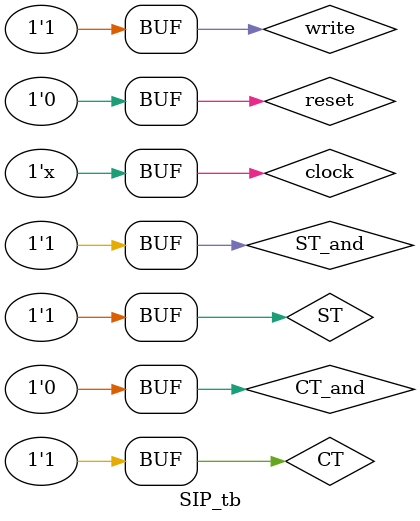
<source format=sv>
`timescale 1ns / 1ps


//module SIP_tb;


//reg clock;  

//reg reset;  

////reg [15:0]Er; //For selecting inhibitory or exhibitory presynaptic neuron

////input [15:0]Sin; //For incoming spikes from presynapses (Either internal or external)

////reg  [3:0] weight;

////output reg [15:0] EP, EN, IP, IN;

//reg [3:0] parallel_in_weight[0:15];

//reg [15:0] parallel_spike_in;

//reg [15:0] parallel_Ein;

//wire  flush_weight;

//wire  flush_Ein;

//wire  flush_spike;




    
//endmodule




module SIP_tb;

  reg clock;  
  reg reset;
  reg write;  
  reg [3:0] parallel_in_weight[0:15];
  reg [15:0] parallel_spike_in;
  reg [15:0] parallel_Ein;
  reg ST_and, CT_and, ST, CT;
  
  wire flush_weight;
  wire flush_Ein;
  wire flush_spike;
  
  wire spike;
//  reg load;
  
  wire [3:0] select;
//  wire toggle;
//  wire [3:0] weight_new2;

Synaptic_Input_Processor SIP_LIF (clock,reset,write,ST_and, CT_and, ST, CT, parallel_spike_in,parallel_Ein,flush_weight,flush_Ein,flush_spike,spike,select);
initial begin
write = 0;
#150;
write = 1;
end

  initial begin
    clock = 0;
    reset = 1;
//    load=1;
    
    #70 reset = 0; // De-assert reset after 5 time units
//    load=0;
    #100;
    
    
    // Sending initial data to parallel_in_weight, parallel_spike_in, and parallel_Ein arrays
//    for (int i = 0; i < 16; i=i+1) begin
//      parallel_in_weight[i] = i; // Sending values 0 to 15 in parallel_in_weight array
//    end
    parallel_spike_in = 16'b1010101010101010; // Sending binary pattern 1010101010101010 to parallel_spike_in
    parallel_Ein = 16'hFFFF; // Sending all 1's to parallel_Ein
end
   
   
   always 
   begin    
//    if (flush_weight==1)
//    begin
    // Sending new data after flush signals are asserted
//    for (int i = 0; i < 16; i=i+1) begin
//      parallel_in_weight[i] = i*2; // Sending values 0 to 30 in parallel_in_weight array
//    end
    
//    end
    
    if(flush_spike==1)
    begin
    parallel_spike_in = 16'b1101010101011101; // Sending binary pattern 0101010101010101 to parallel_spike_in
    end
    
    if(flush_Ein==1)
    begin
    parallel_Ein = 16'hAAAA; // Sending alternating pattern 1010101010101010 to parallel_Ein
    end
    #100;

    #100;
 //   $finish; // End simulation
  end

initial 
begin
ST_and <=0;
CT_and <=1;
#4500;
ST_and<=1;
CT_and <= 0;

end
initial 
begin
ST <=1;
#5000;
ST <= 0;
#6000;
ST <= 1; 

end

initial 
begin
CT<=1;
#5000;
CT<=0;
#1000;
CT <= 1; 

end
  always #50 clock = ~clock; // 20mHz

  // Rest of the SIP_tb code

endmodule

</source>
